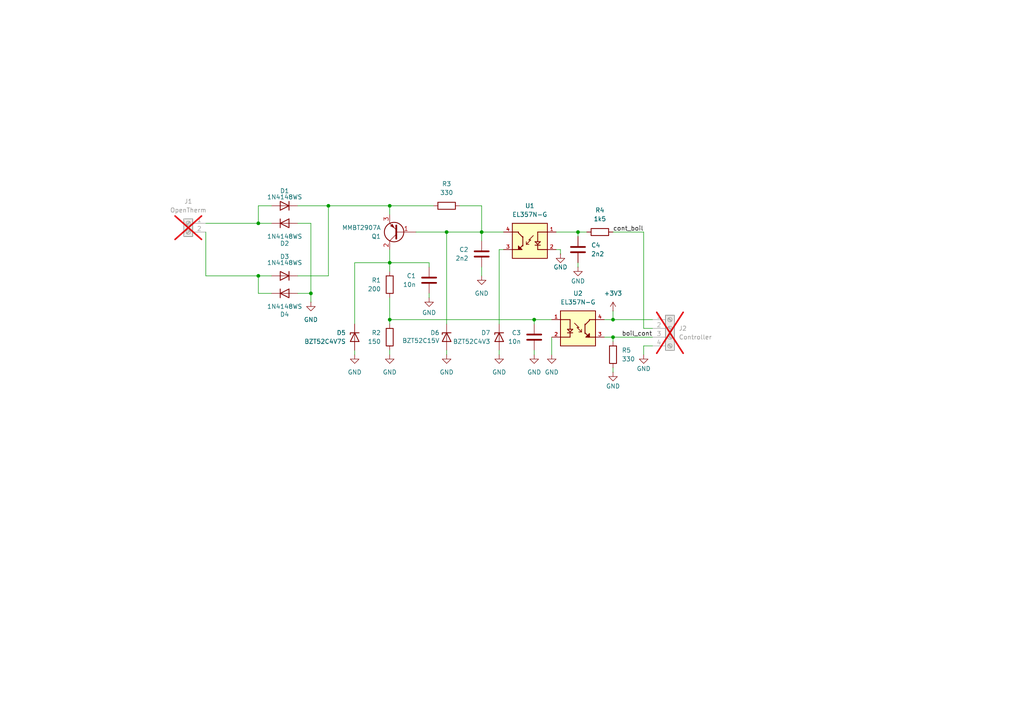
<source format=kicad_sch>
(kicad_sch (version 20231120) (generator "eeschema") (generator_version "8.0")
  (paper "A4")
  (lib_symbols
    (symbol "Connector:Screw_Terminal_01x02" (pin_names (offset 1.016) hide)
      (property "Reference" "J" (at 0 2.54 0))
      (property "Value" "Screw_Terminal_01x02" (at 0 -5.08 0))
      (symbol "Screw_Terminal_01x02_1_1"
        (rectangle (start -1.27 1.27) (end 1.27 -3.81) (stroke (width 0.254)) (fill (type background)))
        (circle (center 0 -2.54) (radius 0.635) (stroke (width 0.1524)))
        (polyline (pts (xy -0.5334 -2.2098) (xy 0.3302 -3.048)) (stroke (width 0.1524)))
        (polyline (pts (xy -0.5334 0.3302) (xy 0.3302 -0.508)) (stroke (width 0.1524)))
        (polyline (pts (xy -0.3556 -2.032) (xy 0.508 -2.8702)) (stroke (width 0.1524)))
        (polyline (pts (xy -0.3556 0.508) (xy 0.508 -0.3302)) (stroke (width 0.1524)))
        (circle (center 0 0) (radius 0.635) (stroke (width 0.1524)))
        (pin passive line (at -5.08 0 0) (length 3.81) (name "Pin_1") (number "1"))
        (pin passive line (at -5.08 -2.54 0) (length 3.81) (name "Pin_2") (number "2"))
      )
    )
    (symbol "Connector:Screw_Terminal_01x04" (pin_names (offset 1.016) hide)
      (property "Reference" "J" (at 0 5.08 0))
      (property "Value" "Screw_Terminal_01x04" (at 0 -7.62 0))
      (symbol "Screw_Terminal_01x04_1_1"
        (rectangle (start -1.27 3.81) (end 1.27 -6.35) (stroke (width 0.254)) (fill (type background)))
        (circle (center 0 -5.08) (radius 0.635) (stroke (width 0.1524)))
        (circle (center 0 -2.54) (radius 0.635) (stroke (width 0.1524)))
        (polyline (pts (xy -0.5334 -4.7498) (xy 0.3302 -5.588)) (stroke (width 0.1524)))
        (polyline (pts (xy -0.5334 -2.2098) (xy 0.3302 -3.048)) (stroke (width 0.1524)))
        (polyline (pts (xy -0.5334 0.3302) (xy 0.3302 -0.508)) (stroke (width 0.1524)))
        (polyline (pts (xy -0.5334 2.8702) (xy 0.3302 2.032)) (stroke (width 0.1524)))
        (polyline (pts (xy -0.3556 -4.572) (xy 0.508 -5.4102)) (stroke (width 0.1524)))
        (polyline (pts (xy -0.3556 -2.032) (xy 0.508 -2.8702)) (stroke (width 0.1524)))
        (polyline (pts (xy -0.3556 0.508) (xy 0.508 -0.3302)) (stroke (width 0.1524)))
        (polyline (pts (xy -0.3556 3.048) (xy 0.508 2.2098)) (stroke (width 0.1524)))
        (circle (center 0 0) (radius 0.635) (stroke (width 0.1524)))
        (circle (center 0 2.54) (radius 0.635) (stroke (width 0.1524)))
        (pin passive line (at -5.08 2.54 0) (length 3.81) (name "Pin_1") (number "1"))
        (pin passive line (at -5.08 0 0) (length 3.81) (name "Pin_2") (number "2"))
        (pin passive line (at -5.08 -2.54 0) (length 3.81) (name "Pin_3") (number "3"))
        (pin passive line (at -5.08 -5.08 0) (length 3.81) (name "Pin_4") (number "4"))
      )
    )
    (symbol "D_1" (pin_numbers hide) (pin_names (offset 1.016) hide)
      (property "Reference" "D" (at 0 2.54 0))
      (property "Value" "D" (at 0 -2.54 0))
      (symbol "D_1_0_1"
        (polyline (pts (xy -1.27 1.27) (xy -1.27 -1.27)) (stroke (width 0.254)))
        (polyline (pts (xy 1.27 0) (xy -1.27 0)))
        (polyline (pts (xy 1.27 1.27) (xy 1.27 -1.27) (xy -1.27 0) (xy 1.27 1.27)) (stroke (width 0.254)))
      )
      (symbol "D_1_1_1"
        (pin passive line (at -3.81 0 0) (length 2.54) (name "K") (number "1"))
        (pin passive line (at 3.81 0 180) (length 2.54) (name "A") (number "2"))
      )
    )
    (symbol "D_2" (pin_numbers hide) (pin_names (offset 1.016) hide)
      (property "Reference" "D" (at 0 2.54 0))
      (property "Value" "D" (at 0 -2.54 0))
      (symbol "D_2_0_1"
        (polyline (pts (xy -1.27 1.27) (xy -1.27 -1.27)) (stroke (width 0.254)))
        (polyline (pts (xy 1.27 0) (xy -1.27 0)))
        (polyline (pts (xy 1.27 1.27) (xy 1.27 -1.27) (xy -1.27 0) (xy 1.27 1.27)) (stroke (width 0.254)))
      )
      (symbol "D_2_1_1"
        (pin passive line (at -3.81 0 0) (length 2.54) (name "K") (number "1"))
        (pin passive line (at 3.81 0 180) (length 2.54) (name "A") (number "2"))
      )
    )
    (symbol "D_3" (pin_numbers hide) (pin_names (offset 1.016) hide)
      (property "Reference" "D" (at 0 2.54 0))
      (property "Value" "D" (at 0 -2.54 0))
      (symbol "D_3_0_1"
        (polyline (pts (xy -1.27 1.27) (xy -1.27 -1.27)) (stroke (width 0.254)))
        (polyline (pts (xy 1.27 0) (xy -1.27 0)))
        (polyline (pts (xy 1.27 1.27) (xy 1.27 -1.27) (xy -1.27 0) (xy 1.27 1.27)) (stroke (width 0.254)))
      )
      (symbol "D_3_1_1"
        (pin passive line (at -3.81 0 0) (length 2.54) (name "K") (number "1"))
        (pin passive line (at 3.81 0 180) (length 2.54) (name "A") (number "2"))
      )
    )
    (symbol "D_Zener_1" (pin_numbers hide) (pin_names (offset 1.016) hide)
      (property "Reference" "D" (at 0 2.54 0))
      (property "Value" "D_Zener" (at 0 -2.54 0))
      (symbol "D_Zener_1_0_1"
        (polyline (pts (xy 1.27 0) (xy -1.27 0)))
        (polyline (pts (xy -1.27 -1.27) (xy -1.27 1.27) (xy -0.762 1.27)) (stroke (width 0.254)))
        (polyline (pts (xy 1.27 -1.27) (xy 1.27 1.27) (xy -1.27 0) (xy 1.27 -1.27)) (stroke (width 0.254)))
      )
      (symbol "D_Zener_1_1_1"
        (pin passive line (at -3.81 0 0) (length 2.54) (name "K") (number "1"))
        (pin passive line (at 3.81 0 180) (length 2.54) (name "A") (number "2"))
      )
    )
    (symbol "D_Zener_2" (pin_numbers hide) (pin_names (offset 1.016) hide)
      (property "Reference" "D" (at 0 2.54 0))
      (property "Value" "D_Zener" (at 0 -2.54 0))
      (symbol "D_Zener_2_0_1"
        (polyline (pts (xy 1.27 0) (xy -1.27 0)))
        (polyline (pts (xy -1.27 -1.27) (xy -1.27 1.27) (xy -0.762 1.27)) (stroke (width 0.254)))
        (polyline (pts (xy 1.27 -1.27) (xy 1.27 1.27) (xy -1.27 0) (xy 1.27 -1.27)) (stroke (width 0.254)))
      )
      (symbol "D_Zener_2_1_1"
        (pin passive line (at -3.81 0 0) (length 2.54) (name "K") (number "1"))
        (pin passive line (at 3.81 0 180) (length 2.54) (name "A") (number "2"))
      )
    )
    (symbol "Device:C" (pin_numbers hide) (pin_names (offset 0.254))
      (property "Reference" "C" (at 0.635 2.54 0))
      (property "Value" "C" (at 0.635 -2.54 0))
      (symbol "C_0_1"
        (polyline (pts (xy -2.032 -0.762) (xy 2.032 -0.762)) (stroke (width 0.508)))
        (polyline (pts (xy -2.032 0.762) (xy 2.032 0.762)) (stroke (width 0.508)))
      )
      (symbol "C_1_1"
        (pin passive line (at 0 3.81 270) (length 2.794) (name "~") (number "1"))
        (pin passive line (at 0 -3.81 90) (length 2.794) (name "~") (number "2"))
      )
    )
    (symbol "Device:D_Zener" (pin_numbers hide) (pin_names (offset 1.016) hide)
      (property "Reference" "D" (at 0 2.54 0))
      (property "Value" "D_Zener" (at 0 -2.54 0))
      (symbol "D_Zener_0_1"
        (polyline (pts (xy 1.27 0) (xy -1.27 0)))
        (polyline (pts (xy -1.27 -1.27) (xy -1.27 1.27) (xy -0.762 1.27)) (stroke (width 0.254)))
        (polyline (pts (xy 1.27 -1.27) (xy 1.27 1.27) (xy -1.27 0) (xy 1.27 -1.27)) (stroke (width 0.254)))
      )
      (symbol "D_Zener_1_1"
        (pin passive line (at -3.81 0 0) (length 2.54) (name "K") (number "1"))
        (pin passive line (at 3.81 0 180) (length 2.54) (name "A") (number "2"))
      )
    )
    (symbol "Device:Q_PNP_BCE" (pin_names (offset 0) hide)
      (property "Reference" "Q" (at 5.08 1.27 0))
      (property "Value" "Q_PNP_BCE" (at 5.08 -1.27 0))
      (symbol "Q_PNP_BCE_0_1"
        (polyline (pts (xy 0.635 0.635) (xy 2.54 2.54)))
        (polyline (pts (xy 0.635 -0.635) (xy 2.54 -2.54) (xy 2.54 -2.54)))
        (polyline (pts (xy 0.635 1.905) (xy 0.635 -1.905) (xy 0.635 -1.905)) (stroke (width 0.508)))
        (polyline (pts (xy 2.286 -1.778) (xy 1.778 -2.286) (xy 1.27 -1.27) (xy 2.286 -1.778) (xy 2.286 -1.778)) (fill (type outline)))
        (circle (center 1.27 0) (radius 2.8194) (stroke (width 0.254)))
      )
      (symbol "Q_PNP_BCE_1_1"
        (pin input line (at -5.08 0 0) (length 5.715) (name "B") (number "1"))
        (pin passive line (at 2.54 5.08 270) (length 2.54) (name "C") (number "2"))
        (pin passive line (at 2.54 -5.08 90) (length 2.54) (name "E") (number "3"))
      )
    )
    (symbol "Device:R" (pin_numbers hide) (pin_names (offset 0))
      (property "Reference" "R" (at 2.032 0 90))
      (property "Value" "R" (at 0 0 90))
      (symbol "R_0_1"
        (rectangle (start -1.016 -2.54) (end 1.016 2.54) (stroke (width 0.254)))
      )
      (symbol "R_1_1"
        (pin passive line (at 0 3.81 270) (length 1.27) (name "~") (number "1"))
        (pin passive line (at 0 -3.81 90) (length 1.27) (name "~") (number "2"))
      )
    )
    (symbol "EL357N-G:EL357N-G" (pin_names (offset 1.016))
      (property "Reference" "U" (at -5.08 5.08 0))
      (property "Value" "EL357N-G" (at -5.08 -7.62 0))
      (symbol "EL357N-G_0_0"
        (rectangle (start -5.08 -5.08) (end 5.08 5.08) (stroke (width 0.254)) (fill (type background)))
        (polyline (pts (xy -5.08 2.54) (xy -2.286 2.54)) (stroke (width 0.254)))
        (polyline (pts (xy -3.048 -1.27) (xy -1.524 -1.27)) (stroke (width 0.254)))
        (polyline (pts (xy -3.048 -0.254) (xy -2.286 -1.016)) (stroke (width 0.254)))
        (polyline (pts (xy -2.286 -2.54) (xy -5.08 -2.54)) (stroke (width 0.254)))
        (polyline (pts (xy -2.286 -1.27) (xy -2.286 -2.54)) (stroke (width 0.254)))
        (polyline (pts (xy -2.286 -1.016) (xy -1.524 -0.254)) (stroke (width 0.254)))
        (polyline (pts (xy -2.286 -0.254) (xy -3.048 -0.254)) (stroke (width 0.254)))
        (polyline (pts (xy -2.286 -0.254) (xy -1.524 -0.254)) (stroke (width 0.254)))
        (polyline (pts (xy -2.286 2.54) (xy -2.286 -0.254)) (stroke (width 0.254)))
        (polyline (pts (xy -1.016 1.524) (xy 0.254 0.254)) (stroke (width 0.2032)))
        (polyline (pts (xy -0.254 0.254) (xy 1.016 -1.016)) (stroke (width 0.2032)))
        (polyline (pts (xy 0.254 0.254) (xy -0.254 0.254)) (stroke (width 0.2032)))
        (polyline (pts (xy 1.016 -1.016) (xy 0.254 -1.016)) (stroke (width 0.2032)))
        (polyline (pts (xy 1.016 -1.016) (xy 1.016 -0.254)) (stroke (width 0.2032)))
        (polyline (pts (xy 2.032 -1.27) (xy 2.032 -1.524)) (stroke (width 0.254)))
        (polyline (pts (xy 2.032 -1.27) (xy 3.302 -2.54)) (stroke (width 0.254)))
        (polyline (pts (xy 2.032 1.016) (xy 2.032 -1.27)) (stroke (width 0.254)))
        (polyline (pts (xy 2.032 1.016) (xy 2.032 1.27)) (stroke (width 0.254)))
        (polyline (pts (xy 2.286 -2.54) (xy 3.048 -2.54)) (stroke (width 0.254)))
        (polyline (pts (xy 2.54 -2.286) (xy 2.286 -2.54)) (stroke (width 0.254)))
        (polyline (pts (xy 2.54 -2.286) (xy 2.794 -2.286)) (stroke (width 0.254)))
        (polyline (pts (xy 2.794 -2.286) (xy 3.048 -2.54)) (stroke (width 0.254)))
        (polyline (pts (xy 3.048 -2.54) (xy 3.048 -2.032)) (stroke (width 0.254)))
        (polyline (pts (xy 3.048 -2.54) (xy 3.302 -2.54)) (stroke (width 0.254)))
        (polyline (pts (xy 3.048 -2.032) (xy 2.794 -2.286)) (stroke (width 0.254)))
        (polyline (pts (xy 3.048 -2.032) (xy 3.302 -1.778)) (stroke (width 0.254)))
        (polyline (pts (xy 3.302 -2.54) (xy 3.302 -2.286)) (stroke (width 0.254)))
        (polyline (pts (xy 3.302 -2.54) (xy 5.08 -2.54)) (stroke (width 0.254)))
        (polyline (pts (xy 3.302 -2.286) (xy 3.048 -2.032)) (stroke (width 0.254)))
        (polyline (pts (xy 3.302 -2.286) (xy 3.302 -1.778)) (stroke (width 0.254)))
        (polyline (pts (xy 3.302 -1.778) (xy 3.302 -1.524)) (stroke (width 0.254)))
        (polyline (pts (xy 3.302 -1.524) (xy 2.54 -2.286)) (stroke (width 0.254)))
        (polyline (pts (xy 3.302 2.286) (xy 2.032 1.016)) (stroke (width 0.254)))
        (polyline (pts (xy 3.302 2.54) (xy 3.302 2.286)) (stroke (width 0.254)))
        (polyline (pts (xy 5.08 2.54) (xy 3.302 2.54)) (stroke (width 0.254)))
        (pin passive line (at -7.62 2.54 0) (length 2.54) (name "~") (number "1"))
        (pin passive line (at -7.62 -2.54 0) (length 2.54) (name "~") (number "2"))
        (pin passive line (at 7.62 -2.54 180) (length 2.54) (name "~") (number "3"))
        (pin passive line (at 7.62 2.54 180) (length 2.54) (name "~") (number "4"))
      )
    )
    (symbol "Simulation_SPICE:D" (pin_numbers hide) (pin_names (offset 1.016) hide)
      (property "Reference" "D" (at 0 2.54 0))
      (property "Value" "D" (at 0 -2.54 0))
      (symbol "D_0_1"
        (polyline (pts (xy -1.27 1.27) (xy -1.27 -1.27)) (stroke (width 0.254)))
        (polyline (pts (xy 1.27 0) (xy -1.27 0)))
        (polyline (pts (xy 1.27 1.27) (xy 1.27 -1.27) (xy -1.27 0) (xy 1.27 1.27)) (stroke (width 0.254)))
      )
      (symbol "D_1_1"
        (pin passive line (at -3.81 0 0) (length 2.54) (name "K") (number "1"))
        (pin passive line (at 3.81 0 180) (length 2.54) (name "A") (number "2"))
      )
    )
    (symbol "power:+3V3" (power) (pin_numbers hide) (pin_names (offset 0) hide)
      (property "Value" "+3V3" (at 0 3.556 0))
      (symbol "+3V3_0_1"
        (polyline (pts (xy -0.762 1.27) (xy 0 2.54)))
        (polyline (pts (xy 0 0) (xy 0 2.54)))
        (polyline (pts (xy 0 2.54) (xy 0.762 1.27)))
      )
      (symbol "+3V3_1_1"
        (pin power_in line (at 0 0 90) (length 0) (name "~") (number "1"))
      )
    )
    (symbol "power:GND" (power) (pin_numbers hide) (pin_names (offset 0) hide)
      (property "Value" "GND" (at 0 -3.81 0))
      (symbol "GND_0_1"
        (polyline (pts (xy 0 0) (xy 0 -1.27) (xy 1.27 -1.27) (xy 0 -2.54) (xy -1.27 -1.27) (xy 0 -1.27)))
      )
      (symbol "GND_1_1"
        (pin power_in line (at 0 0 270) (length 0) (name "~") (number "1"))
      )
    )
  )
  (junction (at 113.03 59.69))
  (junction (at 129.54 67.31))
  (junction (at 154.94 92.71))
  (junction (at 177.8 92.71))
  (junction (at 95.25 59.69))
  (junction (at 113.03 76.2))
  (junction (at 177.8 97.79))
  (junction (at 113.03 92.71))
  (junction (at 90.17 85.09))
  (junction (at 139.7 67.31))
  (junction (at 74.93 64.77))
  (junction (at 74.93 80.01))
  (junction (at 167.64 67.31))
  (wire (pts (xy 139.7 77.47) (xy 139.7 80.01)))
  (wire (pts (xy 74.93 59.69) (xy 74.93 64.77)))
  (wire (pts (xy 186.69 67.31) (xy 186.69 95.25)))
  (wire (pts (xy 90.17 64.77) (xy 90.17 85.09)))
  (wire (pts (xy 102.87 101.6) (xy 102.87 102.87)))
  (wire (pts (xy 154.94 92.71) (xy 154.94 93.98)))
  (wire (pts (xy 74.93 64.77) (xy 78.74 64.77)))
  (wire (pts (xy 139.7 67.31) (xy 146.05 67.31)))
  (wire (pts (xy 186.69 100.33) (xy 186.69 102.87)))
  (wire (pts (xy 113.03 92.71) (xy 113.03 93.98)))
  (wire (pts (xy 90.17 85.09) (xy 90.17 87.63)))
  (wire (pts (xy 175.26 92.71) (xy 177.8 92.71)))
  (wire (pts (xy 177.8 67.31) (xy 186.69 67.31)))
  (wire (pts (xy 154.94 101.6) (xy 154.94 102.87)))
  (wire (pts (xy 189.23 100.33) (xy 186.69 100.33)))
  (wire (pts (xy 177.8 106.68) (xy 177.8 107.95)))
  (wire (pts (xy 139.7 67.31) (xy 139.7 69.85)))
  (wire (pts (xy 113.03 59.69) (xy 113.03 62.23)))
  (wire (pts (xy 154.94 92.71) (xy 160.02 92.71)))
  (wire (pts (xy 144.78 72.39) (xy 146.05 72.39)))
  (wire (pts (xy 86.36 59.69) (xy 95.25 59.69)))
  (wire (pts (xy 170.18 67.31) (xy 167.64 67.31)))
  (wire (pts (xy 90.17 64.77) (xy 86.36 64.77)))
  (wire (pts (xy 113.03 101.6) (xy 113.03 102.87)))
  (wire (pts (xy 161.29 67.31) (xy 167.64 67.31)))
  (wire (pts (xy 144.78 101.6) (xy 144.78 102.87)))
  (wire (pts (xy 113.03 76.2) (xy 113.03 78.74)))
  (wire (pts (xy 113.03 59.69) (xy 125.73 59.69)))
  (wire (pts (xy 129.54 67.31) (xy 139.7 67.31)))
  (wire (pts (xy 139.7 67.31) (xy 139.7 59.69)))
  (wire (pts (xy 189.23 92.71) (xy 177.8 92.71)))
  (wire (pts (xy 189.23 95.25) (xy 186.69 95.25)))
  (wire (pts (xy 175.26 97.79) (xy 177.8 97.79)))
  (wire (pts (xy 59.69 80.01) (xy 74.93 80.01)))
  (wire (pts (xy 124.46 77.47) (xy 124.46 76.2)))
  (wire (pts (xy 78.74 85.09) (xy 74.93 85.09)))
  (wire (pts (xy 59.69 67.31) (xy 59.69 80.01)))
  (wire (pts (xy 86.36 80.01) (xy 95.25 80.01)))
  (wire (pts (xy 162.56 72.39) (xy 162.56 73.66)))
  (wire (pts (xy 167.64 76.2) (xy 167.64 77.47)))
  (wire (pts (xy 74.93 80.01) (xy 78.74 80.01)))
  (wire (pts (xy 161.29 72.39) (xy 162.56 72.39)))
  (wire (pts (xy 113.03 86.36) (xy 113.03 92.71)))
  (wire (pts (xy 177.8 90.17) (xy 177.8 92.71)))
  (wire (pts (xy 124.46 85.09) (xy 124.46 86.36)))
  (wire (pts (xy 113.03 92.71) (xy 154.94 92.71)))
  (wire (pts (xy 177.8 97.79) (xy 177.8 99.06)))
  (wire (pts (xy 124.46 76.2) (xy 113.03 76.2)))
  (wire (pts (xy 120.65 67.31) (xy 129.54 67.31)))
  (wire (pts (xy 129.54 101.6) (xy 129.54 102.87)))
  (wire (pts (xy 95.25 59.69) (xy 113.03 59.69)))
  (wire (pts (xy 177.8 97.79) (xy 189.23 97.79)))
  (wire (pts (xy 113.03 76.2) (xy 102.87 76.2)))
  (wire (pts (xy 160.02 97.79) (xy 160.02 102.87)))
  (wire (pts (xy 74.93 59.69) (xy 78.74 59.69)))
  (wire (pts (xy 133.35 59.69) (xy 139.7 59.69)))
  (wire (pts (xy 86.36 85.09) (xy 90.17 85.09)))
  (wire (pts (xy 95.25 59.69) (xy 95.25 80.01)))
  (wire (pts (xy 144.78 72.39) (xy 144.78 93.98)))
  (wire (pts (xy 102.87 76.2) (xy 102.87 93.98)))
  (wire (pts (xy 129.54 67.31) (xy 129.54 93.98)))
  (wire (pts (xy 113.03 72.39) (xy 113.03 76.2)))
  (wire (pts (xy 74.93 80.01) (xy 74.93 85.09)))
  (wire (pts (xy 167.64 67.31) (xy 167.64 68.58)))
  (wire (pts (xy 59.69 64.77) (xy 74.93 64.77)))
  (label "cont_boil" (at 177.8 67.31 0))
  (label "boil_cont" (at 180.34 97.79 0))
  (symbol (lib_id "Device:R") (at 177.8 102.87 0) (unit 1)
    (property "Reference" "R5" (at 180.34 101.5999 0) (effects (justify left)))
    (property "Value" "330" (at 180.34 104.1399 0) (effects (justify left)))
    (property "Footprint" "Diode_SMD:D_0805_2012Metric" (effects (hide yes)))
    (property "Description" "Resistor" (effects (hide yes)))
    (property "LCSC Part #" "C17630" (effects (hide yes)))
  )
  (symbol (lib_id "power:+3V3") (at 177.8 90.17 0) (unit 1)
    (property "Reference" "#PWR012" (effects (hide yes)))
    (property "Value" "+3V3" (at 177.8 85.09 0))
    (property "Description" "Power symbol creates a global label with name \"+3V3\"" (effects (hide yes)))
  )
  (symbol (lib_id "power:GND") (at 129.54 102.87 0) (unit 1)
    (property "Reference" "#PWR05" (effects (hide yes)))
    (property "Value" "GND" (at 129.54 107.95 0))
    (property "Description" "Power symbol creates a global label with name \"GND\" , ground" (effects (hide yes)))
  )
  (symbol (lib_id "power:GND") (at 177.8 107.95 0) (unit 1)
    (property "Reference" "#PWR013" (effects (hide yes)))
    (property "Value" "GND" (at 177.8 112.014 0))
    (property "Description" "Power symbol creates a global label with name \"GND\" , ground" (effects (hide yes)))
  )
  (symbol (lib_name "D_Zener_1") (lib_id "Device:D_Zener") (at 144.78 97.79 90) (mirror x) (unit 1)
    (property "Reference" "D7" (at 142.24 96.5199 90) (effects (justify left)))
    (property "Value" "BZT52C4V3" (at 142.24 99.0599 90) (effects (justify left)))
    (property "Footprint" "Diode_SMD:D_SOD-123" (effects (hide yes)))
    (property "Description" "Zener diode" (effects (hide yes)))
    (property "Sim.Device" "D" (effects (hide yes)))
    (property "Sim.Pins" "1=K 2=A" (effects (hide yes)))
    (property "Sim.Params" "bv=4.3" (effects (hide yes)))
    (property "LCSC Part #" "C726993" (effects (hide yes)))
  )
  (symbol (lib_name "D_3") (lib_id "Simulation_SPICE:D") (at 82.55 80.01 180) (unit 1)
    (property "Reference" "D3" (at 82.55 74.422 0))
    (property "Value" "1N4148WS" (at 82.55 76.2 0))
    (property "Footprint" "Diode_SMD:D_SOD-323" (effects (hide yes)))
    (property "Datasheet" "https://ngspice.sourceforge.io/docs/ngspice-html-manual/manual.xhtml#cha_DIODEs" (effects (hide yes)))
    (property "Description" "Diode for simulation or PCB" (effects (hide yes)))
    (property "Sim.Device" "D" (effects (hide yes)))
    (property "Sim.Pins" "1=K 2=A" (effects (hide yes)))
    (property "Sim.Params" "m=0.33 is=1e-14 rs=0.5 n=1.06 tt=5n cjo=1e-12 vj=0.75 fc=0.5" (effects (hide yes)))
    (property "LCSC Part #" "C2128" (effects (hide yes)))
  )
  (symbol (lib_id "Device:C") (at 139.7 73.66 0) (mirror y) (unit 1)
    (property "Reference" "C2" (at 135.89 72.3899 0) (effects (justify left)))
    (property "Value" "2n2" (at 135.89 74.9299 0) (effects (justify left)))
    (property "Footprint" "Capacitor_SMD:C_0603_1608Metric" (effects (hide yes)))
    (property "Description" "Unpolarized capacitor" (effects (hide yes)))
    (property "LCSC Part #" "C1604" (effects (hide yes)))
  )
  (symbol (lib_id "EL357N-G:EL357N-G") (at 167.64 95.25 0) (unit 1)
    (property "Reference" "U2" (at 167.64 85.09 0))
    (property "Value" "EL357N-G" (at 167.64 87.63 0))
    (property "Footprint" "EL357N-G:OPTO_EL357N-G" (effects (hide yes)))
    (property "MF" "Everlight Electronics" (effects (hide yes)))
    (property "MAXIMUM_PACKAGE_HEIGHT" "2.00mm" (effects (hide yes)))
    (property "Package" "SOP-4 Everlight" (effects (hide yes)))
    (property "Price" "None" (effects (hide yes)))
    (property "Check_prices" "https://www.snapeda.com/parts/EL357N-G/Everlight+Electronics+Co+Ltd/view-part/?ref=eda" (effects (hide yes)))
    (property "STANDARD" "Manufacturer Recommendations" (effects (hide yes)))
    (property "PARTREV" "6" (effects (hide yes)))
    (property "SnapEDA_Link" "https://www.snapeda.com/parts/EL357N-G/Everlight+Electronics+Co+Ltd/view-part/?ref=snap" (effects (hide yes)))
    (property "MP" "EL357N-G" (effects (hide yes)))
    (property "Description_1" "\nOptoisolator Transistor Output 3750Vrms 1 Channel 4-SOP (2.54mm)\n" (effects (hide yes)))
    (property "Availability" "In Stock" (effects (hide yes)))
    (property "MANUFACTURER" "Everlight" (effects (hide yes)))
    (property "LCSC Part #" "C29981" (effects (hide yes)))
  )
  (symbol (lib_name "D_1") (lib_id "Simulation_SPICE:D") (at 82.55 59.69 180) (unit 1)
    (property "Reference" "D1" (at 82.55 55.372 0))
    (property "Value" "1N4148WS" (at 82.55 57.15 0))
    (property "Footprint" "Diode_SMD:D_SOD-323" (effects (hide yes)))
    (property "Datasheet" "https://ngspice.sourceforge.io/docs/ngspice-html-manual/manual.xhtml#cha_DIODEs" (effects (hide yes)))
    (property "Description" "Diode for simulation or PCB" (effects (hide yes)))
    (property "Sim.Device" "D" (effects (hide yes)))
    (property "Sim.Pins" "1=K 2=A" (effects (hide yes)))
    (property "Sim.Params" "m=0.33 is=1e-14 rs=0.5 n=1.06 tt=5n cjo=1e-12 vj=0.75 fc=0.5" (effects (hide yes)))
    (property "LCSC Part #" "C2128" (effects (hide yes)))
  )
  (symbol (lib_name "D_Zener_2") (lib_id "Device:D_Zener") (at 129.54 97.79 90) (mirror x) (unit 1)
    (property "Reference" "D6" (at 127.508 96.52 90) (effects (justify left)))
    (property "Value" "BZT52C15V" (at 127.508 98.806 90) (effects (justify left)))
    (property "Footprint" "Diode_SMD:D_SOD-123" (effects (hide yes)))
    (property "Description" "Zener diode" (effects (hide yes)))
    (property "Sim.Device" "D" (effects (hide yes)))
    (property "Sim.Pins" "1=K 2=A" (effects (hide yes)))
    (property "Sim.Params" "bv=15" (effects (hide yes)))
    (property "LCSC Part #" "C5299435" (effects (hide yes)))
  )
  (symbol (lib_id "Connector:Screw_Terminal_01x02") (at 54.61 64.77 0) (mirror y) (unit 1) (dnp yes)
    (property "Reference" "J1" (at 54.61 58.42 0))
    (property "Value" "OpenTherm" (at 54.61 60.96 0))
    (property "Footprint" "TerminalBlock:TerminalBlock_bornier-2_P5.08mm" (effects (hide yes)))
    (property "Description" "Generic screw terminal, single row, 01x02, script generated (kicad-library-utils/schlib/autogen/connector/)" (effects (hide yes)))
  )
  (symbol (lib_id "power:GND") (at 160.02 102.87 0) (unit 1)
    (property "Reference" "#PWR09" (effects (hide yes)))
    (property "Value" "GND" (at 160.02 107.95 0))
    (property "Description" "Power symbol creates a global label with name \"GND\" , ground" (effects (hide yes)))
  )
  (symbol (lib_id "Device:R") (at 173.99 67.31 270) (unit 1)
    (property "Reference" "R4" (at 173.99 60.96 90))
    (property "Value" "1k5" (at 173.99 63.5 90))
    (property "Footprint" "Resistor_SMD:R_0805_2012Metric" (effects (hide yes)))
    (property "Description" "Resistor" (effects (hide yes)))
    (property "LCSC Part #" "C4310" (effects (hide yes)))
  )
  (symbol (lib_id "power:GND") (at 162.56 73.66 0) (unit 1)
    (property "Reference" "#PWR010" (effects (hide yes)))
    (property "Value" "GND" (at 162.56 77.47 0))
    (property "Description" "Power symbol creates a global label with name \"GND\" , ground" (effects (hide yes)))
  )
  (symbol (lib_id "EL357N-G:EL357N-G") (at 153.67 69.85 0) (mirror y) (unit 1)
    (property "Reference" "U1" (at 153.67 59.69 0))
    (property "Value" "EL357N-G" (at 153.67 62.23 0))
    (property "Footprint" "EL357N-G:OPTO_EL357N-G" (effects (hide yes)))
    (property "MF" "Everlight Electronics" (effects (hide yes)))
    (property "MAXIMUM_PACKAGE_HEIGHT" "2.00mm" (effects (hide yes)))
    (property "Package" "SOP-4 Everlight" (effects (hide yes)))
    (property "Price" "None" (effects (hide yes)))
    (property "Check_prices" "https://www.snapeda.com/parts/EL357N-G/Everlight+Electronics+Co+Ltd/view-part/?ref=eda" (effects (hide yes)))
    (property "STANDARD" "Manufacturer Recommendations" (effects (hide yes)))
    (property "PARTREV" "6" (effects (hide yes)))
    (property "SnapEDA_Link" "https://www.snapeda.com/parts/EL357N-G/Everlight+Electronics+Co+Ltd/view-part/?ref=snap" (effects (hide yes)))
    (property "MP" "EL357N-G" (effects (hide yes)))
    (property "Description_1" "\nOptoisolator Transistor Output 3750Vrms 1 Channel 4-SOP (2.54mm)\n" (effects (hide yes)))
    (property "Availability" "In Stock" (effects (hide yes)))
    (property "MANUFACTURER" "Everlight" (effects (hide yes)))
    (property "LCSC Part #" "C29981" (effects (hide yes)))
  )
  (symbol (lib_id "power:GND") (at 139.7 80.01 0) (unit 1)
    (property "Reference" "#PWR06" (effects (hide yes)))
    (property "Value" "GND" (at 139.7 85.09 0))
    (property "Description" "Power symbol creates a global label with name \"GND\" , ground" (effects (hide yes)))
  )
  (symbol (lib_id "power:GND") (at 90.17 87.63 0) (unit 1)
    (property "Reference" "#PWR01" (effects (hide yes)))
    (property "Value" "GND" (at 90.17 92.71 0))
    (property "Description" "Power symbol creates a global label with name \"GND\" , ground" (effects (hide yes)))
  )
  (symbol (lib_id "Device:C") (at 124.46 81.28 0) (mirror x) (unit 1)
    (property "Reference" "C1" (at 120.65 80.0099 0) (effects (justify right)))
    (property "Value" "10n" (at 120.65 82.5499 0) (effects (justify right)))
    (property "Footprint" "Capacitor_SMD:C_0603_1608Metric" (effects (hide yes)))
    (property "Description" "Unpolarized capacitor" (effects (hide yes)))
    (property "LCSC Part #" "C57112" (effects (hide yes)))
  )
  (symbol (lib_id "power:GND") (at 154.94 102.87 0) (unit 1)
    (property "Reference" "#PWR08" (effects (hide yes)))
    (property "Value" "GND" (at 154.94 107.95 0))
    (property "Description" "Power symbol creates a global label with name \"GND\" , ground" (effects (hide yes)))
  )
  (symbol (lib_id "Device:C") (at 167.64 72.39 180) (unit 1)
    (property "Reference" "C4" (at 171.45 71.1199 0) (effects (justify right)))
    (property "Value" "2n2" (at 171.45 73.6599 0) (effects (justify right)))
    (property "Footprint" "Capacitor_SMD:C_0603_1608Metric" (effects (hide yes)))
    (property "Description" "Unpolarized capacitor" (effects (hide yes)))
    (property "LCSC Part #" "C1604" (effects (hide yes)))
  )
  (symbol (lib_id "power:GND") (at 186.69 102.87 0) (unit 1)
    (property "Reference" "#PWR014" (effects (hide yes)))
    (property "Value" "GND" (at 186.69 106.934 0))
    (property "Description" "Power symbol creates a global label with name \"GND\" , ground" (effects (hide yes)))
  )
  (symbol (lib_id "Device:R") (at 129.54 59.69 270) (unit 1)
    (property "Reference" "R3" (at 129.54 53.34 90))
    (property "Value" "330" (at 129.54 55.88 90))
    (property "Footprint" "Resistor_SMD:R_0805_2012Metric" (effects (hide yes)))
    (property "Description" "Resistor" (effects (hide yes)))
    (property "LCSC Part #" "C17630" (effects (hide yes)))
  )
  (symbol (lib_name "D_2") (lib_id "Simulation_SPICE:D") (at 82.55 64.77 0) (unit 1)
    (property "Reference" "D2" (at 82.55 70.612 0))
    (property "Value" "1N4148WS" (at 82.55 68.58 0))
    (property "Footprint" "Diode_SMD:D_SOD-323" (effects (hide yes)))
    (property "Datasheet" "https://ngspice.sourceforge.io/docs/ngspice-html-manual/manual.xhtml#cha_DIODEs" (effects (hide yes)))
    (property "Description" "Diode for simulation or PCB" (effects (hide yes)))
    (property "Sim.Device" "D" (effects (hide yes)))
    (property "Sim.Pins" "1=K 2=A" (effects (hide yes)))
    (property "Sim.Params" "m=0.33 is=1e-14 rs=0.5 n=1.06 tt=5n cjo=1e-12 vj=0.75 fc=0.5" (effects (hide yes)))
    (property "LCSC Part #" "C2128" (effects (hide yes)))
  )
  (symbol (lib_id "power:GND") (at 144.78 102.87 0) (unit 1)
    (property "Reference" "#PWR07" (effects (hide yes)))
    (property "Value" "GND" (at 144.78 107.95 0))
    (property "Description" "Power symbol creates a global label with name \"GND\" , ground" (effects (hide yes)))
  )
  (symbol (lib_id "Connector:Screw_Terminal_01x04") (at 194.31 95.25 0) (unit 1) (dnp yes)
    (property "Reference" "J2" (at 196.85 95.2499 0) (effects (justify left)))
    (property "Value" "Controller" (at 196.85 97.7899 0) (effects (justify left)))
    (property "Footprint" "TerminalBlock:TerminalBlock_bornier-4_P5.08mm" (effects (hide yes)))
    (property "Description" "Generic screw terminal, single row, 01x04, script generated (kicad-library-utils/schlib/autogen/connector/)" (effects (hide yes)))
  )
  (symbol (lib_id "power:GND") (at 113.03 102.87 0) (unit 1)
    (property "Reference" "#PWR04" (effects (hide yes)))
    (property "Value" "GND" (at 113.03 107.95 0))
    (property "Description" "Power symbol creates a global label with name \"GND\" , ground" (effects (hide yes)))
  )
  (symbol (lib_id "Simulation_SPICE:D") (at 82.55 85.09 0) (unit 1)
    (property "Reference" "D4" (at 82.55 91.186 0))
    (property "Value" "1N4148WS" (at 82.55 88.9 0))
    (property "Footprint" "Diode_SMD:D_SOD-323" (effects (hide yes)))
    (property "Datasheet" "https://ngspice.sourceforge.io/docs/ngspice-html-manual/manual.xhtml#cha_DIODEs" (effects (hide yes)))
    (property "Description" "Diode for simulation or PCB" (effects (hide yes)))
    (property "Sim.Device" "D" (effects (hide yes)))
    (property "Sim.Pins" "1=K 2=A" (effects (hide yes)))
    (property "Sim.Params" "m=0.33 is=1e-14 rs=0.5 n=1.06 tt=5n cjo=1e-12 vj=0.75 fc=0.5" (effects (hide yes)))
    (property "LCSC Part #" "C2128" (effects (hide yes)))
  )
  (symbol (lib_id "Device:R") (at 113.03 82.55 0) (mirror y) (unit 1)
    (property "Reference" "R1" (at 110.49 81.2799 0) (effects (justify left)))
    (property "Value" "200" (at 110.49 83.8199 0) (effects (justify left)))
    (property "Footprint" "Resistor_SMD:R_0805_2012Metric" (effects (hide yes)))
    (property "Description" "Resistor" (effects (hide yes)))
    (property "LCSC Part #" "C17540" (effects (hide yes)))
  )
  (symbol (lib_id "Device:C") (at 154.94 97.79 0) (mirror x) (unit 1)
    (property "Reference" "C3" (at 151.13 96.5199 0) (effects (justify right)))
    (property "Value" "10n" (at 151.13 99.0599 0) (effects (justify right)))
    (property "Footprint" "Capacitor_SMD:C_0603_1608Metric" (effects (hide yes)))
    (property "Description" "Unpolarized capacitor" (effects (hide yes)))
    (property "LCSC Part #" "C57112" (effects (hide yes)))
  )
  (symbol (lib_id "Device:Q_PNP_BCE") (at 115.57 67.31 180) (unit 1)
    (property "Reference" "Q1" (at 110.49 68.5801 0) (effects (justify left)))
    (property "Value" "MMBT2907A" (at 110.49 66.0401 0) (effects (justify left)))
    (property "Footprint" "Package_TO_SOT_SMD:SOT-23" (effects (hide yes)))
    (property "Description" "PNP transistor, base/collector/emitter" (effects (hide yes)))
    (property "Sim.Device" "PNP" (effects (hide yes)))
    (property "Sim.Type" "GUMMELPOON" (effects (hide yes)))
    (property "Sim.Pins" "1=B 2=C 3=E" (effects (hide yes)))
    (property "Sim.Params" "is=1.7E-14 bf=240 nf=1 vaf=100 ikf=0.2 ise=1E-13 ne=2 br=7 nr=1 var=10 ikr=0.03 isc=1E-13 nc=2 rb=10 re=0.5 rc=1 cje=13.5p vje=0.6 mje=0.33 tf=0.35n cjc=6.5p vjc=0.5 mjc=0.4 tr=30n xtb=1.5 eg=1.11 kf=0 af=1" (effects (hide yes)))
    (property "LCSC Part #" "C916373" (effects (hide yes)))
  )
  (symbol (lib_id "power:GND") (at 167.64 77.47 0) (unit 1)
    (property "Reference" "#PWR011" (effects (hide yes)))
    (property "Value" "GND" (at 167.64 81.534 0))
    (property "Description" "Power symbol creates a global label with name \"GND\" , ground" (effects (hide yes)))
  )
  (symbol (lib_id "power:GND") (at 102.87 102.87 0) (unit 1)
    (property "Reference" "#PWR03" (effects (hide yes)))
    (property "Value" "GND" (at 102.87 107.95 0))
    (property "Description" "Power symbol creates a global label with name \"GND\" , ground" (effects (hide yes)))
  )
  (symbol (lib_id "power:GND") (at 124.46 86.36 0) (unit 1)
    (property "Reference" "#PWR02" (effects (hide yes)))
    (property "Value" "GND" (at 124.46 90.678 0))
    (property "Description" "Power symbol creates a global label with name \"GND\" , ground" (effects (hide yes)))
  )
  (symbol (lib_id "Device:D_Zener") (at 102.87 97.79 90) (mirror x) (unit 1)
    (property "Reference" "D5" (at 100.33 96.5199 90) (effects (justify left)))
    (property "Value" "BZT52C4V7S" (at 100.33 99.0599 90) (effects (justify left)))
    (property "Footprint" "Diode_SMD:D_SOD-323" (effects (hide yes)))
    (property "Description" "Zener diode" (effects (hide yes)))
    (property "Sim.Device" "D" (effects (hide yes)))
    (property "Sim.Pins" "1=K 2=A" (effects (hide yes)))
    (property "Sim.Params" "m=0.33 is=5.0e-10 rs=0.5 n=1.05 tt=1n cjo=50p vj=0.75 fc=0.5 bv=4.7 ibv=5m" (effects (hide yes)))
    (property "LCSC Part #" "C5190168" (effects (hide yes)))
  )
  (symbol (lib_id "Device:R") (at 113.03 97.79 0) (mirror y) (unit 1)
    (property "Reference" "R2" (at 110.49 96.5199 0) (effects (justify left)))
    (property "Value" "150" (at 110.49 99.0599 0) (effects (justify left)))
    (property "Footprint" "Resistor_SMD:R_0805_2012Metric" (effects (hide yes)))
    (property "Description" "Resistor" (effects (hide yes)))
    (property "LCSC Part #" "C17471" (effects (hide yes)))
  )
)
</source>
